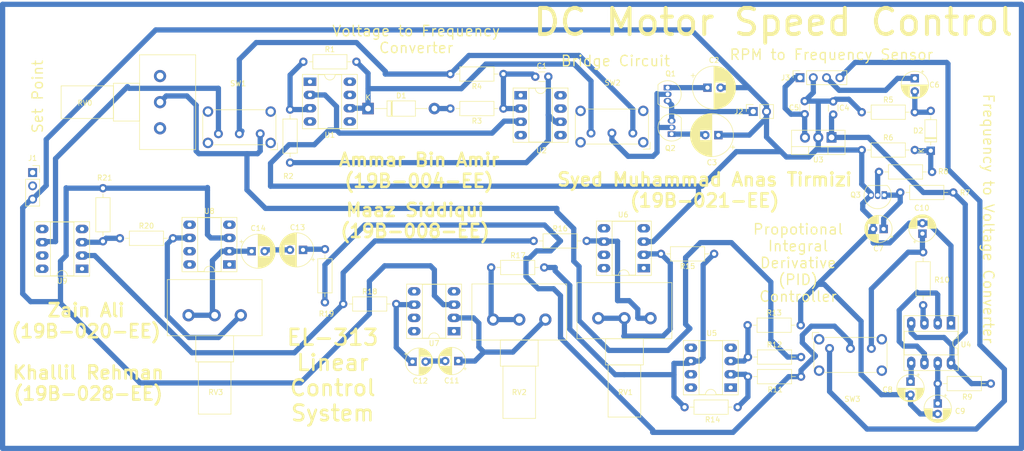
<source format=kicad_pcb>
(kicad_pcb (version 20171130) (host pcbnew "(5.1.10)-1")
  (layers (0 F.Cu signal) (31 B.Cu signal) (34 B.Paste user) (35 F.Paste user) (36 B.SilkS user) (37 F.SilkS user) (38 B.Mask user) (39 F.Mask user) (44 Edge.Cuts user))
  (net 0 "")
  (net 1 "Net-(C1-Pad1)")
  (net 2 "Net-(C1-Pad2)")
  (net 3 +12V)
  (net 4 GND)
  (net 5 -12V)
  (net 6 "Net-(C5-Pad1)")
  (net 7 D_out)
  (net 8 "Net-(C6-Pad2)")
  (net 9 "Net-(C7-Pad1)")
  (net 10 "Net-(C8-Pad1)")
  (net 11 "Net-(C9-Pad1)")
  (net 12 F_to_V)
  (net 13 "Net-(C11-Pad2)")
  (net 14 "Net-(C11-Pad1)")
  (net 15 Integral)
  (net 16 "Net-(C13-Pad1)")
  (net 17 "Net-(C13-Pad2)")
  (net 18 "Net-(C14-Pad1)")
  (net 19 V_to_F)
  (net 20 "Net-(D1-Pad2)")
  (net 21 "Net-(D2-Pad1)")
  (net 22 BridgeOut)
  (net 23 A_out)
  (net 24 Input)
  (net 25 SetPoint)
  (net 26 Propotional)
  (net 27 Derivative)
  (net 28 PID)
  (net 29 BridgeIn)
  (net 30 Output)
  (net 31 "Net-(Q3-Pad2)")
  (net 32 "Net-(R1-Pad1)")
  (net 33 "Net-(R10-Pad2)")
  (net 34 "Net-(R11-Pad1)")
  (net 35 "Net-(R12-Pad1)")
  (net 36 "Net-(R14-Pad1)")
  (net 37 "Net-(R15-Pad2)")
  (net 38 "Net-(R16-Pad1)")
  (net 39 "Net-(R17-Pad2)")
  (net 40 "Net-(R20-Pad1)")
  (net 41 "Net-(U1-Pad1)")
  (net 42 "Net-(U1-Pad5)")
  (net 43 "Net-(U1-Pad8)")
  (net 44 "Net-(U2-Pad1)")
  (net 45 "Net-(U2-Pad5)")
  (net 46 "Net-(U2-Pad8)")
  (net 47 "Net-(U4-Pad2)")
  (net 48 "Net-(U5-Pad8)")
  (net 49 "Net-(U5-Pad5)")
  (net 50 "Net-(U5-Pad1)")
  (net 51 "Net-(U6-Pad8)")
  (net 52 "Net-(U6-Pad5)")
  (net 53 "Net-(U6-Pad1)")
  (net 54 "Net-(U7-Pad1)")
  (net 55 "Net-(U7-Pad5)")
  (net 56 "Net-(U7-Pad8)")
  (net 57 "Net-(U8-Pad8)")
  (net 58 "Net-(U8-Pad5)")
  (net 59 "Net-(U8-Pad1)")
  (net 60 "Net-(U9-Pad1)")
  (net 61 "Net-(U9-Pad5)")
  (net 62 "Net-(U9-Pad8)")
  (module Capacitor_THT:C_Disc_D3.0mm_W1.6mm_P2.50mm (layer F.Cu) (at 138.2395 41.656)
    (fp_text reference C1 (at 1.25 -2.05) (layer F.SilkS))
    (fp_text value 0.01μF)
    (pad 1 thru_hole circle (at 0 0) (size 1.6 1.6) (drill 0.8) (layers *.Cu *.Mask) (net 1 "Net-(C1-Pad1)"))
    (pad 2 thru_hole circle (at 2.5 0) (size 1.6 1.6) (drill 0.8) (layers *.Cu *.Mask) (net 2 "Net-(C1-Pad2)"))
  )
  (module Capacitor_THT:CP_Radial_D8.0mm_P2.50mm (layer F.Cu) (at 171.196 43.7515)
    (fp_text reference C2 (at 1.25 -5.25) (layer F.SilkS))
    (fp_text value 470μF,16VDC)
    (pad 1 thru_hole rect (at 0 0) (size 1.6 1.6) (drill 0.8) (layers *.Cu *.Mask) (net 3 +12V))
    (pad 2 thru_hole circle (at 2.5 0) (size 1.6 1.6) (drill 0.8) (layers *.Cu *.Mask) (net 4 GND))
  )
  (module Capacitor_THT:CP_Radial_D8.0mm_P2.50mm (layer F.Cu) (at 173.2915 52.832 180)
    (fp_text reference C3 (at 1.25 -5.25) (layer F.SilkS))
    (fp_text value 470μF,16VDC)
    (pad 2 thru_hole circle (at 2.5 0 180) (size 1.6 1.6) (drill 0.8) (layers *.Cu *.Mask) (net 5 -12V))
    (pad 1 thru_hole rect (at 0 0 180) (size 1.6 1.6) (drill 0.8) (layers *.Cu *.Mask) (net 4 GND))
  )
  (module Capacitor_THT:C_Disc_D3.0mm_W1.6mm_P2.50mm (layer F.Cu) (at 195.2625 48.895 90)
    (fp_text reference C4 (at 1.27 2.1209 180) (layer F.SilkS))
    (fp_text value 0.22μF)
    (pad 1 thru_hole circle (at 0 0 90) (size 1.6 1.6) (drill 0.8) (layers *.Cu *.Mask) (net 3 +12V))
    (pad 2 thru_hole circle (at 2.5 0 90) (size 1.6 1.6) (drill 0.8) (layers *.Cu *.Mask) (net 4 GND))
  )
  (module Capacitor_THT:C_Disc_D3.0mm_W1.6mm_P2.50mm (layer F.Cu) (at 189.8015 48.8315 90)
    (fp_text reference C5 (at 1.25 -2.05 180) (layer F.SilkS))
    (fp_text value 0.1μF)
    (pad 2 thru_hole circle (at 2.5 0 90) (size 1.6 1.6) (drill 0.8) (layers *.Cu *.Mask) (net 4 GND))
    (pad 1 thru_hole circle (at 0 0 90) (size 1.6 1.6) (drill 0.8) (layers *.Cu *.Mask) (net 6 "Net-(C5-Pad1)"))
  )
  (module Capacitor_THT:CP_Radial_D5.0mm_P2.50mm (layer F.Cu) (at 210.8835 41.9735 270)
    (fp_text reference C6 (at 1.25 -3.75 180) (layer F.SilkS))
    (fp_text value 47μF)
    (pad 1 thru_hole rect (at 0 0 270) (size 1.6 1.6) (drill 0.8) (layers *.Cu *.Mask) (net 7 D_out))
    (pad 2 thru_hole circle (at 2.5 0 270) (size 1.6 1.6) (drill 0.8) (layers *.Cu *.Mask) (net 8 "Net-(C6-Pad2)"))
  )
  (module Capacitor_THT:CP_Radial_D5.0mm_P2.00mm (layer F.Cu) (at 204.9145 70.8025 180)
    (fp_text reference C7 (at 1 -3.75) (layer F.SilkS))
    (fp_text value 0.022μF)
    (pad 1 thru_hole rect (at 0 0 180) (size 1.6 1.6) (drill 0.8) (layers *.Cu *.Mask) (net 9 "Net-(C7-Pad1)"))
    (pad 2 thru_hole circle (at 2 0 180) (size 1.6 1.6) (drill 0.8) (layers *.Cu *.Mask) (net 4 GND))
  )
  (module Capacitor_THT:CP_Radial_D5.0mm_P2.50mm (layer F.Cu) (at 210.058 100.0125 270)
    (fp_text reference C8 (at 1.5367 4.3942 180) (layer F.SilkS))
    (fp_text value 0.1μF)
    (pad 2 thru_hole circle (at 2.5 0 270) (size 1.6 1.6) (drill 0.8) (layers *.Cu *.Mask) (net 4 GND))
    (pad 1 thru_hole rect (at 0 0 270) (size 1.6 1.6) (drill 0.8) (layers *.Cu *.Mask) (net 10 "Net-(C8-Pad1)"))
  )
  (module Capacitor_THT:CP_Radial_D5.0mm_P2.00mm (layer F.Cu) (at 215.265 104.2035 270)
    (fp_text reference C9 (at 1.4605 -4.2926 180) (layer F.SilkS))
    (fp_text value 0.022μF)
    (pad 2 thru_hole circle (at 2 0 270) (size 1.6 1.6) (drill 0.8) (layers *.Cu *.Mask) (net 4 GND))
    (pad 1 thru_hole rect (at 0 0 270) (size 1.6 1.6) (drill 0.8) (layers *.Cu *.Mask) (net 11 "Net-(C9-Pad1)"))
  )
  (module Capacitor_THT:CP_Radial_D5.0mm_P2.00mm (layer F.Cu) (at 212.344 71.6915 90)
    (fp_text reference C10 (at 4.9149 -0.127 180) (layer F.SilkS))
    (fp_text value 0.022μF)
    (pad 1 thru_hole rect (at 0 0 90) (size 1.6 1.6) (drill 0.8) (layers *.Cu *.Mask) (net 12 F_to_V))
    (pad 2 thru_hole circle (at 2 0 90) (size 1.6 1.6) (drill 0.8) (layers *.Cu *.Mask) (net 4 GND))
  )
  (module Capacitor_THT:CP_Radial_D5.0mm_P2.50mm (layer F.Cu) (at 123.5075 96.0755 180)
    (fp_text reference C11 (at 1.25 -3.75) (layer F.SilkS))
    (fp_text value 470μF)
    (pad 2 thru_hole circle (at 2.5 0 180) (size 1.6 1.6) (drill 0.8) (layers *.Cu *.Mask) (net 13 "Net-(C11-Pad2)"))
    (pad 1 thru_hole rect (at 0 0 180) (size 1.6 1.6) (drill 0.8) (layers *.Cu *.Mask) (net 14 "Net-(C11-Pad1)"))
  )
  (module Capacitor_THT:CP_Radial_D5.0mm_P2.50mm (layer F.Cu) (at 114.7445 96.2025)
    (fp_text reference C12 (at 1.4859 3.6703) (layer F.SilkS))
    (fp_text value 470μF)
    (pad 1 thru_hole rect (at 0 0) (size 1.6 1.6) (drill 0.8) (layers *.Cu *.Mask) (net 15 Integral))
    (pad 2 thru_hole circle (at 2.5 0) (size 1.6 1.6) (drill 0.8) (layers *.Cu *.Mask) (net 13 "Net-(C11-Pad2)"))
  )
  (module Capacitor_THT:CP_Radial_D6.3mm_P2.50mm (layer F.Cu) (at 93.7895 74.803 180)
    (fp_text reference C13 (at 1.0541 4.2926) (layer F.SilkS))
    (fp_text value 100μF)
    (pad 1 thru_hole rect (at 0 0 180) (size 1.6 1.6) (drill 0.8) (layers *.Cu *.Mask) (net 16 "Net-(C13-Pad1)"))
    (pad 2 thru_hole circle (at 2.5 0 180) (size 1.6 1.6) (drill 0.8) (layers *.Cu *.Mask) (net 17 "Net-(C13-Pad2)"))
  )
  (module Capacitor_THT:CP_Radial_D6.3mm_P2.50mm (layer F.Cu) (at 83.947 75.057)
    (fp_text reference C14 (at 1.25 -4.4) (layer F.SilkS))
    (fp_text value 100μF)
    (pad 2 thru_hole circle (at 2.5 0) (size 1.6 1.6) (drill 0.8) (layers *.Cu *.Mask) (net 17 "Net-(C13-Pad2)"))
    (pad 1 thru_hole rect (at 0 0) (size 1.6 1.6) (drill 0.8) (layers *.Cu *.Mask) (net 18 "Net-(C14-Pad1)"))
  )
  (module Diode_THT:D_DO-41_SOD81_P12.70mm_Horizontal (layer F.Cu) (at 106.2355 47.752)
    (fp_text reference D1 (at 6.35 -2.47) (layer F.SilkS))
    (fp_text value 1N4001)
    (fp_text user K (at 0 -2.1) (layer F.SilkS))
    (pad 1 thru_hole rect (at 0 0) (size 2.2 2.2) (drill 1.1) (layers *.Cu *.Mask) (net 19 V_to_F))
    (pad 2 thru_hole oval (at 12.7 0) (size 2.2 2.2) (drill 1.1) (layers *.Cu *.Mask) (net 20 "Net-(D1-Pad2)"))
  )
  (module Diode_THT:D_DO-35_SOD27_P7.62mm_Horizontal (layer F.Cu) (at 213.9315 55.8165 90)
    (fp_text reference D2 (at 3.8227 -2.4003 180) (layer F.SilkS))
    (fp_text value 1N4149)
    (fp_text user K (at 0 -1.8 90) (layer F.SilkS))
    (pad 1 thru_hole rect (at 0 0 90) (size 1.6 1.6) (drill 0.8) (layers *.Cu *.Mask) (net 21 "Net-(D2-Pad1)"))
    (pad 2 thru_hole oval (at 7.62 0 90) (size 1.6 1.6) (drill 0.8) (layers *.Cu *.Mask) (net 8 "Net-(C6-Pad2)"))
  )
  (module Connector_PinSocket_2.54mm:PinSocket_1x03_P2.54mm_Vertical (layer F.Cu) (at 42.037 60.0075)
    (fp_text reference J1 (at 0 -2.77) (layer F.SilkS))
    (fp_text value "Power Supply")
    (pad 1 thru_hole rect (at 0 0) (size 1.7 1.7) (drill 1) (layers *.Cu *.Mask) (net 3 +12V))
    (pad 2 thru_hole oval (at 0 2.54) (size 1.7 1.7) (drill 1) (layers *.Cu *.Mask) (net 5 -12V))
    (pad 3 thru_hole oval (at 0 5.08) (size 1.7 1.7) (drill 1) (layers *.Cu *.Mask) (net 4 GND))
  )
  (module Connector_PinSocket_2.54mm:PinSocket_1x02_P2.54mm_Vertical (layer F.Cu) (at 179.959 48.3235 90)
    (fp_text reference J2 (at 0 -2.77 180) (layer F.SilkS))
    (fp_text value "DC Motor")
    (pad 1 thru_hole rect (at 0 0 90) (size 1.7 1.7) (drill 1) (layers *.Cu *.Mask) (net 22 BridgeOut))
    (pad 2 thru_hole oval (at 0 2.54 90) (size 1.7 1.7) (drill 1) (layers *.Cu *.Mask) (net 4 GND))
  )
  (module Connector_PinSocket_2.54mm:PinSocket_1x04_P2.54mm_Vertical (layer F.Cu) (at 188.9125 41.8465 90)
    (fp_text reference J3 (at 0 -2.77 180) (layer F.SilkS))
    (fp_text value "IR Sensor")
    (pad 1 thru_hole rect (at 0 0 90) (size 1.7 1.7) (drill 1) (layers *.Cu *.Mask) (net 6 "Net-(C5-Pad1)"))
    (pad 2 thru_hole oval (at 0 2.54 90) (size 1.7 1.7) (drill 1) (layers *.Cu *.Mask) (net 4 GND))
    (pad 3 thru_hole oval (at 0 5.08 90) (size 1.7 1.7) (drill 1) (layers *.Cu *.Mask) (net 7 D_out))
    (pad 4 thru_hole oval (at 0 7.62 90) (size 1.7 1.7) (drill 1) (layers *.Cu *.Mask) (net 23 A_out))
  )
  (module Package_TO_SOT_THT:TO-92_Inline (layer F.Cu) (at 163.576 43.7515 270)
    (fp_text reference Q1 (at -2.6797 -0.5588 180) (layer F.SilkS))
    (fp_text value BC547)
    (pad 2 thru_hole oval (at 1.27 0 270) (size 1.05 1.5) (drill 0.75) (layers *.Cu *.Mask) (net 29 BridgeIn))
    (pad 3 thru_hole oval (at 2.54 0 270) (size 1.05 1.5) (drill 0.75) (layers *.Cu *.Mask) (net 22 BridgeOut))
    (pad 1 thru_hole rect (at 0 0 270) (size 1.05 1.5) (drill 0.75) (layers *.Cu *.Mask) (net 3 +12V))
  )
  (module Package_TO_SOT_THT:TO-92_Inline (layer F.Cu) (at 164.338 52.6415 90)
    (fp_text reference Q2 (at -2.7051 -0.254 180) (layer F.SilkS))
    (fp_text value BC557)
    (pad 1 thru_hole rect (at 0 0 90) (size 1.05 1.5) (drill 0.75) (layers *.Cu *.Mask) (net 5 -12V))
    (pad 3 thru_hole oval (at 2.54 0 90) (size 1.05 1.5) (drill 0.75) (layers *.Cu *.Mask) (net 22 BridgeOut))
    (pad 2 thru_hole oval (at 1.27 0 90) (size 1.05 1.5) (drill 0.75) (layers *.Cu *.Mask) (net 29 BridgeIn))
  )
  (module Package_TO_SOT_THT:TO-92_Inline (layer F.Cu) (at 205.0415 64.3255 180)
    (fp_text reference Q3 (at 5.4991 0.0381) (layer F.SilkS))
    (fp_text value BC337)
    (pad 2 thru_hole oval (at 1.27 0 180) (size 1.05 1.5) (drill 0.75) (layers *.Cu *.Mask) (net 31 "Net-(Q3-Pad2)"))
    (pad 3 thru_hole oval (at 2.54 0 180) (size 1.05 1.5) (drill 0.75) (layers *.Cu *.Mask) (net 4 GND))
    (pad 1 thru_hole rect (at 0 0 180) (size 1.05 1.5) (drill 0.75) (layers *.Cu *.Mask) (net 9 "Net-(C7-Pad1)"))
  )
  (module Resistor_THT:R_Axial_DIN0207_L6.3mm_D2.5mm_P10.16mm_Horizontal (layer F.Cu) (at 93.853 38.7985)
    (fp_text reference R1 (at 5.08 -2.37) (layer F.SilkS))
    (fp_text value 10kΩ)
    (pad 1 thru_hole circle (at 0 0) (size 1.6 1.6) (drill 0.8) (layers *.Cu *.Mask) (net 32 "Net-(R1-Pad1)"))
    (pad 2 thru_hole oval (at 10.16 0) (size 1.6 1.6) (drill 0.8) (layers *.Cu *.Mask) (net 19 V_to_F))
  )
  (module Resistor_THT:R_Axial_DIN0207_L6.3mm_D2.5mm_P10.16mm_Horizontal (layer F.Cu) (at 91.313 58.1025 90)
    (fp_text reference R2 (at -2.6035 -0.3302 180) (layer F.SilkS))
    (fp_text value 10kΩ)
    (pad 2 thru_hole oval (at 10.16 0 90) (size 1.6 1.6) (drill 0.8) (layers *.Cu *.Mask) (net 32 "Net-(R1-Pad1)"))
    (pad 1 thru_hole circle (at 0 0 90) (size 1.6 1.6) (drill 0.8) (layers *.Cu *.Mask) (net 2 "Net-(C1-Pad2)"))
  )
  (module Resistor_THT:R_Axial_DIN0207_L6.3mm_D2.5mm_P10.16mm_Horizontal (layer F.Cu) (at 132.1435 47.752 180)
    (fp_text reference R3 (at 5.08 -2.37) (layer F.SilkS))
    (fp_text value 10kΩ)
    (pad 2 thru_hole oval (at 10.16 0 180) (size 1.6 1.6) (drill 0.8) (layers *.Cu *.Mask) (net 20 "Net-(D1-Pad2)"))
    (pad 1 thru_hole circle (at 0 0 180) (size 1.6 1.6) (drill 0.8) (layers *.Cu *.Mask) (net 1 "Net-(C1-Pad1)"))
  )
  (module Resistor_THT:R_Axial_DIN0207_L6.3mm_D2.5mm_P10.16mm_Horizontal (layer F.Cu) (at 132.1435 41.148 180)
    (fp_text reference R4 (at 5.08 -2.37) (layer F.SilkS))
    (fp_text value 10kΩ)
    (pad 1 thru_hole circle (at 0 0 180) (size 1.6 1.6) (drill 0.8) (layers *.Cu *.Mask) (net 1 "Net-(C1-Pad1)"))
    (pad 2 thru_hole oval (at 10.16 0 180) (size 1.6 1.6) (drill 0.8) (layers *.Cu *.Mask) (net 24 Input))
  )
  (module Resistor_THT:R_Axial_DIN0207_L6.3mm_D2.5mm_P10.16mm_Horizontal (layer F.Cu) (at 200.7235 48.4505)
    (fp_text reference R5 (at 5.08 -2.37) (layer F.SilkS))
    (fp_text value 1kΩ)
    (pad 1 thru_hole circle (at 0 0) (size 1.6 1.6) (drill 0.8) (layers *.Cu *.Mask) (net 4 GND))
    (pad 2 thru_hole oval (at 10.16 0) (size 1.6 1.6) (drill 0.8) (layers *.Cu *.Mask) (net 8 "Net-(C6-Pad2)"))
  )
  (module Resistor_THT:R_Axial_DIN0207_L6.3mm_D2.5mm_P10.16mm_Horizontal (layer F.Cu) (at 200.7235 55.6895)
    (fp_text reference R6 (at 5.08 -2.37) (layer F.SilkS))
    (fp_text value 47kΩ)
    (pad 2 thru_hole oval (at 10.16 0) (size 1.6 1.6) (drill 0.8) (layers *.Cu *.Mask) (net 21 "Net-(D2-Pad1)"))
    (pad 1 thru_hole circle (at 0 0) (size 1.6 1.6) (drill 0.8) (layers *.Cu *.Mask) (net 4 GND))
  )
  (module Resistor_THT:R_Axial_DIN0207_L6.3mm_D2.5mm_P10.16mm_Horizontal (layer F.Cu) (at 214.1855 59.8805 180)
    (fp_text reference R7 (at -6.3119 -3.9751) (layer F.SilkS))
    (fp_text value 47kΩ)
    (pad 1 thru_hole circle (at 0 0 180) (size 1.6 1.6) (drill 0.8) (layers *.Cu *.Mask) (net 21 "Net-(D2-Pad1)"))
    (pad 2 thru_hole oval (at 10.16 0 180) (size 1.6 1.6) (drill 0.8) (layers *.Cu *.Mask) (net 31 "Net-(Q3-Pad2)"))
  )
  (module Resistor_THT:R_Axial_DIN0207_L6.3mm_D2.5mm_P10.16mm_Horizontal (layer F.Cu) (at 208.0895 63.8175)
    (fp_text reference R8 (at 8.2423 -4.0259) (layer F.SilkS))
    (fp_text value 15kΩ)
    (pad 2 thru_hole oval (at 10.16 0) (size 1.6 1.6) (drill 0.8) (layers *.Cu *.Mask) (net 3 +12V))
    (pad 1 thru_hole circle (at 0 0) (size 1.6 1.6) (drill 0.8) (layers *.Cu *.Mask) (net 9 "Net-(C7-Pad1)"))
  )
  (module Resistor_THT:R_Axial_DIN0207_L6.3mm_D2.5mm_P10.16mm_Horizontal (layer F.Cu) (at 215.265 100.3935)
    (fp_text reference R9 (at 5.6642 2.5527) (layer F.SilkS))
    (fp_text value 47kΩ)
    (pad 1 thru_hole circle (at 0 0) (size 1.6 1.6) (drill 0.8) (layers *.Cu *.Mask) (net 11 "Net-(C9-Pad1)"))
    (pad 2 thru_hole oval (at 10.16 0) (size 1.6 1.6) (drill 0.8) (layers *.Cu *.Mask) (net 3 +12V))
  )
  (module Resistor_THT:R_Axial_DIN0207_L6.3mm_D2.5mm_P10.16mm_Horizontal (layer F.Cu) (at 212.471 75.2475 270)
    (fp_text reference R10 (at 5.2959 -3.6068 180) (layer F.SilkS))
    (fp_text value 4.7kΩ)
    (pad 2 thru_hole oval (at 10.16 0 270) (size 1.6 1.6) (drill 0.8) (layers *.Cu *.Mask) (net 33 "Net-(R10-Pad2)"))
    (pad 1 thru_hole circle (at 0 0 270) (size 1.6 1.6) (drill 0.8) (layers *.Cu *.Mask) (net 12 F_to_V))
  )
  (module Resistor_THT:R_Axial_DIN0207_L6.3mm_D2.5mm_P10.16mm_Horizontal (layer F.Cu) (at 178.943 99.06)
    (fp_text reference R11 (at 5.207 2.4892) (layer F.SilkS))
    (fp_text value 10kΩ)
    (pad 2 thru_hole oval (at 10.16 0) (size 1.6 1.6) (drill 0.8) (layers *.Cu *.Mask) (net 30 Output))
    (pad 1 thru_hole circle (at 0 0) (size 1.6 1.6) (drill 0.8) (layers *.Cu *.Mask) (net 34 "Net-(R11-Pad1)"))
  )
  (module Resistor_THT:R_Axial_DIN0207_L6.3mm_D2.5mm_P10.16mm_Horizontal (layer F.Cu) (at 178.943 95.3135)
    (fp_text reference R12 (at 5.08 -2.37) (layer F.SilkS))
    (fp_text value 10kΩ)
    (pad 1 thru_hole circle (at 0 0) (size 1.6 1.6) (drill 0.8) (layers *.Cu *.Mask) (net 35 "Net-(R12-Pad1)"))
    (pad 2 thru_hole oval (at 10.16 0) (size 1.6 1.6) (drill 0.8) (layers *.Cu *.Mask) (net 25 SetPoint))
  )
  (module Resistor_THT:R_Axial_DIN0207_L6.3mm_D2.5mm_P10.16mm_Horizontal (layer F.Cu) (at 178.8795 89.2175)
    (fp_text reference R13 (at 5.08 -2.37) (layer F.SilkS))
    (fp_text value 10kΩ)
    (pad 2 thru_hole oval (at 10.16 0) (size 1.6 1.6) (drill 0.8) (layers *.Cu *.Mask) (net 4 GND))
    (pad 1 thru_hole circle (at 0 0) (size 1.6 1.6) (drill 0.8) (layers *.Cu *.Mask) (net 35 "Net-(R12-Pad1)"))
  )
  (module Resistor_THT:R_Axial_DIN0207_L6.3mm_D2.5mm_P10.16mm_Horizontal (layer F.Cu) (at 166.8145 104.902)
    (fp_text reference R14 (at 5.3721 2.3876) (layer F.SilkS))
    (fp_text value 10kΩ)
    (pad 2 thru_hole oval (at 10.16 0) (size 1.6 1.6) (drill 0.8) (layers *.Cu *.Mask) (net 34 "Net-(R11-Pad1)"))
    (pad 1 thru_hole circle (at 0 0) (size 1.6 1.6) (drill 0.8) (layers *.Cu *.Mask) (net 36 "Net-(R14-Pad1)"))
  )
  (module Resistor_THT:R_Axial_DIN0207_L6.3mm_D2.5mm_P10.16mm_Horizontal (layer F.Cu) (at 172.466 75.565 180)
    (fp_text reference R15 (at 5.08 -2.37) (layer F.SilkS))
    (fp_text value 10kΩ)
    (pad 1 thru_hole circle (at 0 0 180) (size 1.6 1.6) (drill 0.8) (layers *.Cu *.Mask) (net 36 "Net-(R14-Pad1)"))
    (pad 2 thru_hole oval (at 10.16 0 180) (size 1.6 1.6) (drill 0.8) (layers *.Cu *.Mask) (net 37 "Net-(R15-Pad2)"))
  )
  (module Resistor_THT:R_Axial_DIN0207_L6.3mm_D2.5mm_P10.16mm_Horizontal (layer F.Cu) (at 137.922 73.0885)
    (fp_text reference R16 (at 5.08 -2.37) (layer F.SilkS))
    (fp_text value 10kΩ)
    (pad 2 thru_hole oval (at 10.16 0) (size 1.6 1.6) (drill 0.8) (layers *.Cu *.Mask) (net 26 Propotional))
    (pad 1 thru_hole circle (at 0 0) (size 1.6 1.6) (drill 0.8) (layers *.Cu *.Mask) (net 38 "Net-(R16-Pad1)"))
  )
  (module Resistor_THT:R_Axial_DIN0207_L6.3mm_D2.5mm_P10.16mm_Horizontal (layer F.Cu) (at 139.954 78.1685 180)
    (fp_text reference R17 (at 5.0292 2.2987) (layer F.SilkS))
    (fp_text value 1kΩ)
    (pad 1 thru_hole circle (at 0 0 180) (size 1.6 1.6) (drill 0.8) (layers *.Cu *.Mask) (net 36 "Net-(R14-Pad1)"))
    (pad 2 thru_hole oval (at 10.16 0 180) (size 1.6 1.6) (drill 0.8) (layers *.Cu *.Mask) (net 39 "Net-(R17-Pad2)"))
  )
  (module Resistor_THT:R_Axial_DIN0207_L6.3mm_D2.5mm_P10.16mm_Horizontal (layer F.Cu) (at 101.473 85.1535)
    (fp_text reference R18 (at 5.08 -2.37) (layer F.SilkS))
    (fp_text value 10kΩ)
    (pad 1 thru_hole circle (at 0 0) (size 1.6 1.6) (drill 0.8) (layers *.Cu *.Mask) (net 38 "Net-(R16-Pad1)"))
    (pad 2 thru_hole oval (at 10.16 0) (size 1.6 1.6) (drill 0.8) (layers *.Cu *.Mask) (net 15 Integral))
  )
  (module Resistor_THT:R_Axial_DIN0207_L6.3mm_D2.5mm_P10.16mm_Horizontal (layer F.Cu) (at 97.9805 74.676 270)
    (fp_text reference R19 (at 12.3444 -0.2921 180) (layer F.SilkS))
    (fp_text value 200Ω)
    (pad 1 thru_hole circle (at 0 0 270) (size 1.6 1.6) (drill 0.8) (layers *.Cu *.Mask) (net 16 "Net-(C13-Pad1)"))
    (pad 2 thru_hole oval (at 10.16 0 270) (size 1.6 1.6) (drill 0.8) (layers *.Cu *.Mask) (net 30 Output))
  )
  (module Resistor_THT:R_Axial_DIN0207_L6.3mm_D2.5mm_P10.16mm_Horizontal (layer F.Cu) (at 58.7375 72.5805)
    (fp_text reference R20 (at 5.08 -2.37) (layer F.SilkS))
    (fp_text value 10kΩ)
    (pad 1 thru_hole circle (at 0 0) (size 1.6 1.6) (drill 0.8) (layers *.Cu *.Mask) (net 40 "Net-(R20-Pad1)"))
    (pad 2 thru_hole oval (at 10.16 0) (size 1.6 1.6) (drill 0.8) (layers *.Cu *.Mask) (net 27 Derivative))
  )
  (module Resistor_THT:R_Axial_DIN0207_L6.3mm_D2.5mm_P10.16mm_Horizontal (layer F.Cu) (at 55.499 73.152 90)
    (fp_text reference R21 (at 12.1412 0.3302 180) (layer F.SilkS))
    (fp_text value 10kΩ)
    (pad 2 thru_hole oval (at 10.16 0 90) (size 1.6 1.6) (drill 0.8) (layers *.Cu *.Mask) (net 4 GND))
    (pad 1 thru_hole circle (at 0 0 90) (size 1.6 1.6) (drill 0.8) (layers *.Cu *.Mask) (net 40 "Net-(R20-Pad1)"))
  )
  (module Potentiometer_THT:Potentiometer_Alps_RK163_Single_Horizontal (layer F.Cu) (at 66.421 41.529 180)
    (fp_text reference RV0 (at 14.3764 -5.1562) (layer F.SilkS))
    (fp_text value 100kΩ)
    (pad 1 thru_hole circle (at 0 0 180) (size 2.34 2.34) (drill 1.3) (layers *.Cu *.Mask) (net 3 +12V))
    (pad 2 thru_hole circle (at 0 -5 180) (size 2.34 2.34) (drill 1.3) (layers *.Cu *.Mask) (net 25 SetPoint))
    (pad 3 thru_hole circle (at 0 -10 180) (size 2.34 2.34) (drill 1.3) (layers *.Cu *.Mask) (net 5 -12V))
  )
  (module Potentiometer_THT:Potentiometer_Alps_RK163_Single_Horizontal (layer F.Cu) (at 150.3045 87.884 270)
    (fp_text reference RV1 (at 14.1732 -5.1943 180) (layer F.SilkS))
    (fp_text value 100kΩ)
    (pad 1 thru_hole circle (at 0 0 270) (size 2.34 2.34) (drill 1.3) (layers *.Cu *.Mask) (net 37 "Net-(R15-Pad2)"))
    (pad 2 thru_hole circle (at 0 -5 270) (size 2.34 2.34) (drill 1.3) (layers *.Cu *.Mask) (net 37 "Net-(R15-Pad2)"))
    (pad 3 thru_hole circle (at 0 -10 270) (size 2.34 2.34) (drill 1.3) (layers *.Cu *.Mask) (net 26 Propotional))
  )
  (module Potentiometer_THT:Potentiometer_Alps_RK163_Single_Horizontal (layer F.Cu) (at 130.175 88.138 270)
    (fp_text reference RV2 (at 13.9192 -5.0038 180) (layer F.SilkS))
    (fp_text value 100kΩ)
    (pad 3 thru_hole circle (at 0 -10 270) (size 2.34 2.34) (drill 1.3) (layers *.Cu *.Mask) (net 14 "Net-(C11-Pad1)"))
    (pad 2 thru_hole circle (at 0 -5 270) (size 2.34 2.34) (drill 1.3) (layers *.Cu *.Mask) (net 39 "Net-(R17-Pad2)"))
    (pad 1 thru_hole circle (at 0 0 270) (size 2.34 2.34) (drill 1.3) (layers *.Cu *.Mask) (net 39 "Net-(R17-Pad2)"))
  )
  (module Potentiometer_THT:Potentiometer_Alps_RK163_Single_Horizontal (layer F.Cu) (at 71.882 87.3125 270)
    (fp_text reference RV3 (at 14.7447 -5.207 180) (layer F.SilkS))
    (fp_text value 100kΩ)
    (pad 3 thru_hole circle (at 0 -10 270) (size 2.34 2.34) (drill 1.3) (layers *.Cu *.Mask) (net 27 Derivative))
    (pad 2 thru_hole circle (at 0 -5 270) (size 2.34 2.34) (drill 1.3) (layers *.Cu *.Mask) (net 18 "Net-(C14-Pad1)"))
    (pad 1 thru_hole circle (at 0 0 270) (size 2.34 2.34) (drill 1.3) (layers *.Cu *.Mask) (net 18 "Net-(C14-Pad1)"))
  )
  (module Button_Switch_THT:SW_E-Switch_EG1224_SPDT_Angled (layer F.Cu) (at 85.598 52.578 180)
    (fp_text reference SW1 (at 4.2164 9.6266) (layer F.SilkS))
    (fp_text value SW_DPDT_x2)
    (pad 3 thru_hole circle (at 8 0 180) (size 1.7 1.7) (drill 0.9) (layers *.Cu *.Mask) (net 28 PID))
    (pad 2 thru_hole circle (at 4 0 180) (size 1.7 1.7) (drill 0.9) (layers *.Cu *.Mask) (net 24 Input))
    (pad 1 thru_hole circle (at 0 0 180) (size 1.7 1.7) (drill 0.9) (layers *.Cu *.Mask) (net 25 SetPoint))
    (pad "" thru_hole circle (at -2 4.25 180) (size 2 2) (drill 1.2) (layers *.Cu *.Mask))
    (pad "" thru_hole circle (at 10 4.25 180) (size 2 2) (drill 1.2) (layers *.Cu *.Mask))
    (pad "" thru_hole circle (at 10 -1.75 180) (size 2 2) (drill 1.2) (layers *.Cu *.Mask))
    (pad "" thru_hole circle (at -2 -1.75 180) (size 2 2) (drill 1.2) (layers *.Cu *.Mask))
  )
  (module Button_Switch_THT:SW_E-Switch_EG1224_SPDT_Angled (layer F.Cu) (at 156.9085 52.451 180)
    (fp_text reference SW2 (at 3.8735 9.6266) (layer F.SilkS))
    (fp_text value SW_DPDT_x2)
    (pad "" thru_hole circle (at -2 -1.75 180) (size 2 2) (drill 1.2) (layers *.Cu *.Mask))
    (pad "" thru_hole circle (at 10 -1.75 180) (size 2 2) (drill 1.2) (layers *.Cu *.Mask))
    (pad "" thru_hole circle (at 10 4.25 180) (size 2 2) (drill 1.2) (layers *.Cu *.Mask))
    (pad "" thru_hole circle (at -2 4.25 180) (size 2 2) (drill 1.2) (layers *.Cu *.Mask))
    (pad 1 thru_hole circle (at 0 0 180) (size 1.7 1.7) (drill 0.9) (layers *.Cu *.Mask) (net 24 Input))
    (pad 2 thru_hole circle (at 4 0 180) (size 1.7 1.7) (drill 0.9) (layers *.Cu *.Mask) (net 29 BridgeIn))
    (pad 3 thru_hole circle (at 8 0 180) (size 1.7 1.7) (drill 0.9) (layers *.Cu *.Mask) (net 19 V_to_F))
  )
  (module Button_Switch_THT:SW_E-Switch_EG1224_SPDT_Angled (layer F.Cu) (at 194.564 93.6625)
    (fp_text reference SW3 (at 4.3688 9.6901) (layer F.SilkS))
    (fp_text value SW_DPDT_x2)
    (pad "" thru_hole circle (at -2 -1.75) (size 2 2) (drill 1.2) (layers *.Cu *.Mask))
    (pad "" thru_hole circle (at 10 -1.75) (size 2 2) (drill 1.2) (layers *.Cu *.Mask))
    (pad "" thru_hole circle (at 10 4.25) (size 2 2) (drill 1.2) (layers *.Cu *.Mask))
    (pad "" thru_hole circle (at -2 4.25) (size 2 2) (drill 1.2) (layers *.Cu *.Mask))
    (pad 1 thru_hole circle (at 0 0) (size 1.7 1.7) (drill 0.9) (layers *.Cu *.Mask) (net 23 A_out))
    (pad 2 thru_hole circle (at 4 0) (size 1.7 1.7) (drill 0.9) (layers *.Cu *.Mask) (net 30 Output))
    (pad 3 thru_hole circle (at 8 0) (size 1.7 1.7) (drill 0.9) (layers *.Cu *.Mask) (net 12 F_to_V))
  )
  (module Package_DIP:DIP-8_W7.62mm_Socket_LongPads (layer F.Cu) (at 95.123 42.6085)
    (fp_text reference U1 (at 3.7846 10.1981) (layer F.SilkS))
    (fp_text value LM741)
    (pad 8 thru_hole oval (at 7.62 0) (size 2.4 1.6) (drill 0.8) (layers *.Cu *.Mask) (net 43 "Net-(U1-Pad8)"))
    (pad 4 thru_hole oval (at 0 7.62) (size 2.4 1.6) (drill 0.8) (layers *.Cu *.Mask) (net 5 -12V))
    (pad 7 thru_hole oval (at 7.62 2.54) (size 2.4 1.6) (drill 0.8) (layers *.Cu *.Mask) (net 3 +12V))
    (pad 3 thru_hole oval (at 0 5.08) (size 2.4 1.6) (drill 0.8) (layers *.Cu *.Mask) (net 32 "Net-(R1-Pad1)"))
    (pad 6 thru_hole oval (at 7.62 5.08) (size 2.4 1.6) (drill 0.8) (layers *.Cu *.Mask) (net 19 V_to_F))
    (pad 2 thru_hole oval (at 0 2.54) (size 2.4 1.6) (drill 0.8) (layers *.Cu *.Mask) (net 4 GND))
    (pad 5 thru_hole oval (at 7.62 7.62) (size 2.4 1.6) (drill 0.8) (layers *.Cu *.Mask) (net 42 "Net-(U1-Pad5)"))
    (pad 1 thru_hole rect (at 0 0) (size 2.4 1.6) (drill 0.8) (layers *.Cu *.Mask) (net 41 "Net-(U1-Pad1)"))
  )
  (module Package_DIP:DIP-8_W7.62mm_Socket_LongPads (layer F.Cu) (at 135.4455 45.212)
    (fp_text reference U2 (at 4.0005 10.5664) (layer F.SilkS))
    (fp_text value LM741)
    (pad 1 thru_hole rect (at 0 0) (size 2.4 1.6) (drill 0.8) (layers *.Cu *.Mask) (net 44 "Net-(U2-Pad1)"))
    (pad 5 thru_hole oval (at 7.62 7.62) (size 2.4 1.6) (drill 0.8) (layers *.Cu *.Mask) (net 45 "Net-(U2-Pad5)"))
    (pad 2 thru_hole oval (at 0 2.54) (size 2.4 1.6) (drill 0.8) (layers *.Cu *.Mask) (net 1 "Net-(C1-Pad1)"))
    (pad 6 thru_hole oval (at 7.62 5.08) (size 2.4 1.6) (drill 0.8) (layers *.Cu *.Mask) (net 2 "Net-(C1-Pad2)"))
    (pad 3 thru_hole oval (at 0 5.08) (size 2.4 1.6) (drill 0.8) (layers *.Cu *.Mask) (net 4 GND))
    (pad 7 thru_hole oval (at 7.62 2.54) (size 2.4 1.6) (drill 0.8) (layers *.Cu *.Mask) (net 3 +12V))
    (pad 4 thru_hole oval (at 0 7.62) (size 2.4 1.6) (drill 0.8) (layers *.Cu *.Mask) (net 5 -12V))
    (pad 8 thru_hole oval (at 7.62 0) (size 2.4 1.6) (drill 0.8) (layers *.Cu *.Mask) (net 46 "Net-(U2-Pad8)"))
  )
  (module Package_TO_SOT_THT:TO-220-3_Vertical (layer F.Cu) (at 194.945 53.2765 180)
    (fp_text reference U3 (at 2.54 -4.27) (layer F.SilkS))
    (fp_text value LM7805_TO220)
    (pad 1 thru_hole rect (at 0 0 180) (size 1.905 2) (drill 1.1) (layers *.Cu *.Mask) (net 3 +12V))
    (pad 2 thru_hole oval (at 2.54 0 180) (size 1.905 2) (drill 1.1) (layers *.Cu *.Mask) (net 4 GND))
    (pad 3 thru_hole oval (at 5.08 0 180) (size 1.905 2) (drill 1.1) (layers *.Cu *.Mask) (net 6 "Net-(C5-Pad1)"))
  )
  (module Package_DIP:DIP-8_W7.62mm_Socket_LongPads (layer F.Cu) (at 217.805 88.8365 270)
    (fp_text reference U4 (at 4.0767 -2.8702 180) (layer F.SilkS))
    (fp_text value LM555xM)
    (pad 1 thru_hole rect (at 0 0 270) (size 2.4 1.6) (drill 0.8) (layers *.Cu *.Mask) (net 4 GND))
    (pad 5 thru_hole oval (at 7.62 7.62 270) (size 2.4 1.6) (drill 0.8) (layers *.Cu *.Mask) (net 10 "Net-(C8-Pad1)"))
    (pad 2 thru_hole oval (at 0 2.54 270) (size 2.4 1.6) (drill 0.8) (layers *.Cu *.Mask) (net 47 "Net-(U4-Pad2)"))
    (pad 6 thru_hole oval (at 7.62 5.08 270) (size 2.4 1.6) (drill 0.8) (layers *.Cu *.Mask) (net 47 "Net-(U4-Pad2)"))
    (pad 3 thru_hole oval (at 0 5.08 270) (size 2.4 1.6) (drill 0.8) (layers *.Cu *.Mask) (net 33 "Net-(R10-Pad2)"))
    (pad 7 thru_hole oval (at 7.62 2.54 270) (size 2.4 1.6) (drill 0.8) (layers *.Cu *.Mask) (net 11 "Net-(C9-Pad1)"))
    (pad 4 thru_hole oval (at 0 7.62 270) (size 2.4 1.6) (drill 0.8) (layers *.Cu *.Mask) (net 3 +12V))
    (pad 8 thru_hole oval (at 7.62 0 270) (size 2.4 1.6) (drill 0.8) (layers *.Cu *.Mask) (net 3 +12V))
  )
  (module Package_DIP:DIP-8_W7.62mm_Socket_LongPads (layer F.Cu) (at 175.641 101.1555 180)
    (fp_text reference U5 (at 3.6322 10.4013) (layer F.SilkS))
    (fp_text value LM741)
    (pad 8 thru_hole oval (at 7.62 0 180) (size 2.4 1.6) (drill 0.8) (layers *.Cu *.Mask) (net 48 "Net-(U5-Pad8)"))
    (pad 4 thru_hole oval (at 0 7.62 180) (size 2.4 1.6) (drill 0.8) (layers *.Cu *.Mask) (net 5 -12V))
    (pad 7 thru_hole oval (at 7.62 2.54 180) (size 2.4 1.6) (drill 0.8) (layers *.Cu *.Mask) (net 3 +12V))
    (pad 3 thru_hole oval (at 0 5.08 180) (size 2.4 1.6) (drill 0.8) (layers *.Cu *.Mask) (net 35 "Net-(R12-Pad1)"))
    (pad 6 thru_hole oval (at 7.62 5.08 180) (size 2.4 1.6) (drill 0.8) (layers *.Cu *.Mask) (net 36 "Net-(R14-Pad1)"))
    (pad 2 thru_hole oval (at 0 2.54 180) (size 2.4 1.6) (drill 0.8) (layers *.Cu *.Mask) (net 34 "Net-(R11-Pad1)"))
    (pad 5 thru_hole oval (at 7.62 7.62 180) (size 2.4 1.6) (drill 0.8) (layers *.Cu *.Mask) (net 49 "Net-(U5-Pad5)"))
    (pad 1 thru_hole rect (at 0 0 180) (size 2.4 1.6) (drill 0.8) (layers *.Cu *.Mask) (net 50 "Net-(U5-Pad1)"))
  )
  (module Package_DIP:DIP-8_W7.62mm_Socket_LongPads (layer F.Cu) (at 159.004 78.2955 180)
    (fp_text reference U6 (at 3.937 10.2235) (layer F.SilkS))
    (fp_text value LM741)
    (pad 1 thru_hole rect (at 0 0 180) (size 2.4 1.6) (drill 0.8) (layers *.Cu *.Mask) (net 53 "Net-(U6-Pad1)"))
    (pad 5 thru_hole oval (at 7.62 7.62 180) (size 2.4 1.6) (drill 0.8) (layers *.Cu *.Mask) (net 52 "Net-(U6-Pad5)"))
    (pad 2 thru_hole oval (at 0 2.54 180) (size 2.4 1.6) (drill 0.8) (layers *.Cu *.Mask) (net 37 "Net-(R15-Pad2)"))
    (pad 6 thru_hole oval (at 7.62 5.08 180) (size 2.4 1.6) (drill 0.8) (layers *.Cu *.Mask) (net 26 Propotional))
    (pad 3 thru_hole oval (at 0 5.08 180) (size 2.4 1.6) (drill 0.8) (layers *.Cu *.Mask) (net 4 GND))
    (pad 7 thru_hole oval (at 7.62 2.54 180) (size 2.4 1.6) (drill 0.8) (layers *.Cu *.Mask) (net 3 +12V))
    (pad 4 thru_hole oval (at 0 7.62 180) (size 2.4 1.6) (drill 0.8) (layers *.Cu *.Mask) (net 5 -12V))
    (pad 8 thru_hole oval (at 7.62 0 180) (size 2.4 1.6) (drill 0.8) (layers *.Cu *.Mask) (net 51 "Net-(U6-Pad8)"))
  )
  (module Package_DIP:DIP-8_W7.62mm_Socket_LongPads (layer F.Cu) (at 122.682 90.3605 180)
    (fp_text reference U7 (at 3.81 -2.33) (layer F.SilkS))
    (fp_text value LM741)
    (pad 8 thru_hole oval (at 7.62 0 180) (size 2.4 1.6) (drill 0.8) (layers *.Cu *.Mask) (net 56 "Net-(U7-Pad8)"))
    (pad 4 thru_hole oval (at 0 7.62 180) (size 2.4 1.6) (drill 0.8) (layers *.Cu *.Mask) (net 5 -12V))
    (pad 7 thru_hole oval (at 7.62 2.54 180) (size 2.4 1.6) (drill 0.8) (layers *.Cu *.Mask) (net 3 +12V))
    (pad 3 thru_hole oval (at 0 5.08 180) (size 2.4 1.6) (drill 0.8) (layers *.Cu *.Mask) (net 4 GND))
    (pad 6 thru_hole oval (at 7.62 5.08 180) (size 2.4 1.6) (drill 0.8) (layers *.Cu *.Mask) (net 15 Integral))
    (pad 2 thru_hole oval (at 0 2.54 180) (size 2.4 1.6) (drill 0.8) (layers *.Cu *.Mask) (net 14 "Net-(C11-Pad1)"))
    (pad 5 thru_hole oval (at 7.62 7.62 180) (size 2.4 1.6) (drill 0.8) (layers *.Cu *.Mask) (net 55 "Net-(U7-Pad5)"))
    (pad 1 thru_hole rect (at 0 0 180) (size 2.4 1.6) (drill 0.8) (layers *.Cu *.Mask) (net 54 "Net-(U7-Pad1)"))
  )
  (module Package_DIP:DIP-8_W7.62mm_Socket_LongPads (layer F.Cu) (at 79.6925 77.597 180)
    (fp_text reference U8 (at 3.8481 10.2108) (layer F.SilkS))
    (fp_text value LM741)
    (pad 1 thru_hole rect (at 0 0 180) (size 2.4 1.6) (drill 0.8) (layers *.Cu *.Mask) (net 59 "Net-(U8-Pad1)"))
    (pad 5 thru_hole oval (at 7.62 7.62 180) (size 2.4 1.6) (drill 0.8) (layers *.Cu *.Mask) (net 58 "Net-(U8-Pad5)"))
    (pad 2 thru_hole oval (at 0 2.54 180) (size 2.4 1.6) (drill 0.8) (layers *.Cu *.Mask) (net 18 "Net-(C14-Pad1)"))
    (pad 6 thru_hole oval (at 7.62 5.08 180) (size 2.4 1.6) (drill 0.8) (layers *.Cu *.Mask) (net 27 Derivative))
    (pad 3 thru_hole oval (at 0 5.08 180) (size 2.4 1.6) (drill 0.8) (layers *.Cu *.Mask) (net 4 GND))
    (pad 7 thru_hole oval (at 7.62 2.54 180) (size 2.4 1.6) (drill 0.8) (layers *.Cu *.Mask) (net 3 +12V))
    (pad 4 thru_hole oval (at 0 7.62 180) (size 2.4 1.6) (drill 0.8) (layers *.Cu *.Mask) (net 5 -12V))
    (pad 8 thru_hole oval (at 7.62 0 180) (size 2.4 1.6) (drill 0.8) (layers *.Cu *.Mask) (net 57 "Net-(U8-Pad8)"))
  )
  (module Package_DIP:DIP-8_W7.62mm_Socket_LongPads (layer F.Cu) (at 51.4985 78.4225 180)
    (fp_text reference U9 (at 3.81 -2.33) (layer F.SilkS))
    (fp_text value LM741)
    (pad 8 thru_hole oval (at 7.62 0 180) (size 2.4 1.6) (drill 0.8) (layers *.Cu *.Mask) (net 62 "Net-(U9-Pad8)"))
    (pad 4 thru_hole oval (at 0 7.62 180) (size 2.4 1.6) (drill 0.8) (layers *.Cu *.Mask) (net 5 -12V))
    (pad 7 thru_hole oval (at 7.62 2.54 180) (size 2.4 1.6) (drill 0.8) (layers *.Cu *.Mask) (net 3 +12V))
    (pad 3 thru_hole oval (at 0 5.08 180) (size 2.4 1.6) (drill 0.8) (layers *.Cu *.Mask) (net 40 "Net-(R20-Pad1)"))
    (pad 6 thru_hole oval (at 7.62 5.08 180) (size 2.4 1.6) (drill 0.8) (layers *.Cu *.Mask) (net 28 PID))
    (pad 2 thru_hole oval (at 0 2.54 180) (size 2.4 1.6) (drill 0.8) (layers *.Cu *.Mask) (net 38 "Net-(R16-Pad1)"))
    (pad 5 thru_hole oval (at 7.62 7.62 180) (size 2.4 1.6) (drill 0.8) (layers *.Cu *.Mask) (net 61 "Net-(U9-Pad5)"))
    (pad 1 thru_hole rect (at 0 0 180) (size 2.4 1.6) (drill 0.8) (layers *.Cu *.Mask) (net 60 "Net-(U9-Pad1)"))
  )
  (gr_text "RPM to Frequency Sensor" (at 194.9196 37.4396) (layer F.SilkS) (effects (font (size 2 2) (thickness 0.25))))
  (gr_text "Frequency to Voltage Converter" (at 224.9678 68.834 270) (layer F.SilkS) (effects (font (size 2 2) (thickness 0.25))))
  (gr_text "Bridge Circuit" (at 153.5938 38.6334) (layer F.SilkS) (effects (font (size 2 2) (thickness 0.25))))
  (gr_text "Voltage to Frequency\nConverter" (at 115.443 34.5186) (layer F.SilkS) (effects (font (size 2 2) (thickness 0.25))))
  (gr_text "Propotional\nIntegral\nDerivative\n(PID)\nController" (at 188.5442 77.2922) (layer F.SilkS) (effects (font (size 2 2) (thickness 0.25))))
  (gr_text "Set Point" (at 43.0022 45.466 90) (layer F.SilkS) (effects (font (size 2 2) (thickness 0.25))))
  (gr_text "DC Motor Speed Control" (at 183.7944 31.2166) (layer F.SilkS) (effects (font (size 5 5) (thickness 0.75))))
  (gr_text "EL-313\nLinear\nControl\nSystem" (at 99.4664 98.806) (layer F.SilkS) (effects (font (size 3 3) (thickness 0.5))))
  (gr_text "Zain Ali\n(19B-020-EE)" (at 52.2732 88.3666) (layer F.SilkS) (effects (font (size 2.5 2.5) (thickness 0.5))))
  (gr_text "Maaz Siddiqui\n(19B-008-EE)" (at 115.2398 69.1896) (layer F.SilkS) (effects (font (size 2.5 2.5) (thickness 0.5))))
  (gr_text "Khallil Rehman\n(19B-028-EE)" (at 52.6796 100.3046) (layer F.SilkS) (effects (font (size 2.5 2.5) (thickness 0.5))))
  (gr_text "Syed Muhammad Anas Tirmizi\n(19B-021-EE)" (at 170.6626 63.3476) (layer F.SilkS) (effects (font (size 2.5 2.5) (thickness 0.5))))
  (gr_text "Ammar Bin Amir\n(19B-004-EE)" (at 116.0018 59.5884) (layer F.SilkS) (effects (font (size 2.5 2.5) (thickness 0.5))))
  (gr_line (start 36.2924 112.8014) (end 231.2924 112.8014) (layer B.Cu) (width 1))
  (gr_line (start 36.2924 27.8014) (end 36.2924 112.8014) (layer B.Cu) (width 1))
  (gr_line (start 36.2924 27.8014) (end 231.2924 27.8014) (layer B.Cu) (width 1))
  (gr_line (start 231.2924 27.8014) (end 231.2924 112.8014) (layer B.Cu) (width 1))
  (segment (start 132.1435 47.752) (end 132.1435 41.148) (width 1) (layer B.Cu) (net 1))
  (segment (start 137.7315 41.148) (end 138.2395 41.656) (width 1) (layer B.Cu) (net 1))
  (segment (start 132.1435 41.148) (end 137.7315 41.148) (width 1) (layer B.Cu) (net 1))
  (segment (start 135.4455 47.752) (end 132.1435 47.752) (width 1) (layer B.Cu) (net 1))
  (segment (start 143.0655 50.292) (end 142.0495 50.292) (width 1) (layer B.Cu) (net 2))
  (segment (start 140.7395 48.982) (end 140.7395 41.656) (width 1) (layer B.Cu) (net 2))
  (segment (start 142.0495 50.292) (end 140.7395 48.982) (width 1) (layer B.Cu) (net 2))
  (segment (start 91.313 58.1025) (end 136.525 58.1025) (width 1) (layer B.Cu) (net 2))
  (segment (start 140.7395 53.888) (end 140.7395 48.982) (width 1) (layer B.Cu) (net 2))
  (segment (start 136.525 58.1025) (end 140.7395 53.888) (width 1) (layer B.Cu) (net 2))
  (segment (start 163.576 43.7515) (end 171.196 43.7515) (width 1) (layer B.Cu) (net 3))
  (segment (start 194.945 49.2125) (end 195.2625 48.895) (width 1) (layer B.Cu) (net 3))
  (segment (start 194.945 53.2765) (end 194.945 49.2125) (width 1) (layer B.Cu) (net 3))
  (segment (start 210.185 88.8365) (end 210.185 90.6145) (width 1) (layer B.Cu) (net 3))
  (segment (start 210.185 90.6145) (end 211.1375 91.567) (width 1) (layer B.Cu) (net 3))
  (segment (start 211.1375 91.567) (end 216.4715 91.567) (width 1) (layer B.Cu) (net 3))
  (segment (start 216.4715 91.567) (end 217.9955 93.091) (width 1) (layer B.Cu) (net 3))
  (segment (start 217.9955 96.266) (end 217.805 96.4565) (width 1) (layer B.Cu) (net 3))
  (segment (start 217.9955 93.091) (end 217.9955 96.266) (width 1) (layer B.Cu) (net 3))
  (segment (start 218.2495 63.8175) (end 220.5355 66.1035) (width 1) (layer B.Cu) (net 3))
  (segment (start 220.5355 90.551) (end 217.9955 93.091) (width 1) (layer B.Cu) (net 3))
  (segment (start 220.5355 66.1035) (end 220.5355 90.551) (width 1) (layer B.Cu) (net 3))
  (segment (start 221.742 100.3935) (end 217.805 96.4565) (width 1) (layer B.Cu) (net 3))
  (segment (start 225.425 100.3935) (end 221.742 100.3935) (width 1) (layer B.Cu) (net 3))
  (segment (start 201.9935 53.2765) (end 194.945 53.2765) (width 1) (layer B.Cu) (net 3))
  (segment (start 212.5345 63.8175) (end 201.9935 53.2765) (width 1) (layer B.Cu) (net 3))
  (segment (start 218.2495 63.8175) (end 212.5345 63.8175) (width 1) (layer B.Cu) (net 3))
  (segment (start 182.499 47.121419) (end 182.499 48.3235) (width 1) (layer B.Cu) (net 4))
  (segment (start 179.129081 43.7515) (end 182.499 47.121419) (width 1) (layer B.Cu) (net 4))
  (segment (start 173.696 43.7515) (end 179.129081 43.7515) (width 1) (layer B.Cu) (net 4))
  (segment (start 182.499 49.525581) (end 182.499 48.3235) (width 1) (layer B.Cu) (net 4))
  (segment (start 179.192581 52.832) (end 182.499 49.525581) (width 1) (layer B.Cu) (net 4))
  (segment (start 173.2915 52.832) (end 179.192581 52.832) (width 1) (layer B.Cu) (net 4))
  (segment (start 191.4525 44.6805) (end 189.8015 46.3315) (width 1) (layer B.Cu) (net 4))
  (segment (start 191.4525 41.8465) (end 191.4525 44.6805) (width 1) (layer B.Cu) (net 4))
  (segment (start 195.199 46.3315) (end 195.2625 46.395) (width 1) (layer B.Cu) (net 4))
  (segment (start 182.499 53.213) (end 182.499 48.3235) (width 1) (layer B.Cu) (net 4))
  (segment (start 190.627 57.023) (end 186.309 57.023) (width 1) (layer B.Cu) (net 4))
  (segment (start 192.405 55.245) (end 190.627 57.023) (width 1) (layer B.Cu) (net 4))
  (segment (start 192.405 53.2765) (end 192.405 55.245) (width 1) (layer B.Cu) (net 4))
  (segment (start 200.7235 48.4505) (end 198.247 45.974) (width 1) (layer B.Cu) (net 4))
  (segment (start 195.6835 45.974) (end 195.2625 46.395) (width 1) (layer B.Cu) (net 4))
  (segment (start 198.247 45.974) (end 195.6835 45.974) (width 1) (layer B.Cu) (net 4))
  (segment (start 202.5015 64.3255) (end 202.5015 64.008) (width 1) (layer B.Cu) (net 4))
  (segment (start 200.7235 62.23) (end 200.7235 55.6895) (width 1) (layer B.Cu) (net 4))
  (segment (start 202.5015 64.008) (end 200.7235 62.23) (width 1) (layer B.Cu) (net 4))
  (segment (start 202.9145 70.8025) (end 202.9145 69.0565) (width 1) (layer B.Cu) (net 4))
  (segment (start 202.9145 69.0565) (end 200.914 67.056) (width 1) (layer B.Cu) (net 4))
  (segment (start 200.914 65.913) (end 202.5015 64.3255) (width 1) (layer B.Cu) (net 4))
  (segment (start 200.914 67.056) (end 200.914 65.913) (width 1) (layer B.Cu) (net 4))
  (segment (start 212.344 69.6915) (end 209.8355 69.6915) (width 1) (layer B.Cu) (net 4))
  (segment (start 209.8355 69.6915) (end 206.0575 73.4695) (width 1) (layer B.Cu) (net 4))
  (segment (start 206.0575 73.4695) (end 202.946 73.4695) (width 1) (layer B.Cu) (net 4))
  (segment (start 202.9145 73.438) (end 202.9145 70.8025) (width 1) (layer B.Cu) (net 4))
  (segment (start 202.946 73.4695) (end 202.9145 73.438) (width 1) (layer B.Cu) (net 4))
  (segment (start 213.47537 69.6915) (end 212.344 69.6915) (width 1) (layer B.Cu) (net 4))
  (segment (start 217.805 74.02113) (end 213.47537 69.6915) (width 1) (layer B.Cu) (net 4))
  (segment (start 217.805 88.8365) (end 217.805 74.02113) (width 1) (layer B.Cu) (net 4))
  (segment (start 215.265 106.2035) (end 211.9315 106.2035) (width 1) (layer B.Cu) (net 4))
  (segment (start 210.058 104.33) (end 210.058 102.5125) (width 1) (layer B.Cu) (net 4))
  (segment (start 211.9315 106.2035) (end 210.058 104.33) (width 1) (layer B.Cu) (net 4))
  (segment (start 189.0395 89.2175) (end 189.0395 84.6775) (width 1) (layer B.Cu) (net 4))
  (segment (start 200.5965 88.4555) (end 193.53225 81.39125) (width 1) (layer B.Cu) (net 4))
  (segment (start 200.5965 98.6155) (end 200.5965 88.4555) (width 1) (layer B.Cu) (net 4))
  (segment (start 204.4935 102.5125) (end 200.5965 98.6155) (width 1) (layer B.Cu) (net 4))
  (segment (start 193.53225 81.39125) (end 192.32575 81.39125) (width 1) (layer B.Cu) (net 4))
  (segment (start 210.058 102.5125) (end 204.4935 102.5125) (width 1) (layer B.Cu) (net 4))
  (segment (start 189.0395 84.6775) (end 192.32575 81.39125) (width 1) (layer B.Cu) (net 4))
  (segment (start 95.123 45.1485) (end 97.9805 45.1485) (width 1) (layer B.Cu) (net 4))
  (segment (start 97.9805 45.1485) (end 100.203 47.371) (width 1) (layer B.Cu) (net 4))
  (segment (start 100.203 47.371) (end 100.203 51.8795) (width 1) (layer B.Cu) (net 4))
  (segment (start 100.203 51.8795) (end 100.7745 52.451) (width 1) (layer B.Cu) (net 4))
  (segment (start 100.7745 52.451) (end 129.9845 52.451) (width 1) (layer B.Cu) (net 4))
  (segment (start 129.9845 52.451) (end 132.2705 50.165) (width 1) (layer B.Cu) (net 4))
  (segment (start 135.3185 50.165) (end 135.4455 50.292) (width 1) (layer B.Cu) (net 4))
  (segment (start 132.2705 50.165) (end 135.3185 50.165) (width 1) (layer B.Cu) (net 4))
  (segment (start 192.405 46.5455) (end 192.191 46.3315) (width 1) (layer B.Cu) (net 4))
  (segment (start 192.405 53.2765) (end 192.405 46.5455) (width 1) (layer B.Cu) (net 4))
  (segment (start 192.191 46.3315) (end 195.199 46.3315) (width 1) (layer B.Cu) (net 4))
  (segment (start 189.8015 46.3315) (end 192.191 46.3315) (width 1) (layer B.Cu) (net 4))
  (segment (start 191.9605 55.6895) (end 190.627 57.023) (width 1) (layer B.Cu) (net 4))
  (segment (start 200.7235 55.6895) (end 191.9605 55.6895) (width 1) (layer B.Cu) (net 4))
  (segment (start 192.83375 80.88325) (end 202.9145 70.8025) (width 1) (layer B.Cu) (net 4))
  (segment (start 192.32575 81.39125) (end 192.83375 80.88325) (width 1) (layer B.Cu) (net 4))
  (segment (start 122.682 85.2805) (end 120.65 85.2805) (width 1) (layer B.Cu) (net 4))
  (segment (start 120.65 85.2805) (end 118.9355 83.566) (width 1) (layer B.Cu) (net 4))
  (segment (start 118.9355 83.566) (end 118.9355 78.613) (width 1) (layer B.Cu) (net 4))
  (segment (start 118.9355 78.613) (end 118.1735 77.851) (width 1) (layer B.Cu) (net 4))
  (segment (start 118.1735 77.851) (end 109.4105 77.851) (width 1) (layer B.Cu) (net 4))
  (segment (start 109.4105 77.851) (end 106.4895 80.772) (width 1) (layer B.Cu) (net 4))
  (segment (start 106.4895 80.772) (end 106.4895 87.0585) (width 1) (layer B.Cu) (net 4))
  (segment (start 106.4895 87.0585) (end 93.2815 100.2665) (width 1) (layer B.Cu) (net 4))
  (segment (start 93.2815 100.2665) (end 62.611 100.2665) (width 1) (layer B.Cu) (net 4))
  (segment (start 62.611 100.2665) (end 47.371 85.0265) (width 1) (layer B.Cu) (net 4))
  (segment (start 47.371 76.962) (end 48.4505 75.8825) (width 1) (layer B.Cu) (net 4))
  (segment (start 48.4505 75.8825) (end 48.4505 62.9285) (width 1) (layer B.Cu) (net 4))
  (segment (start 48.514 62.992) (end 55.499 62.992) (width 1) (layer B.Cu) (net 4))
  (segment (start 48.4505 62.9285) (end 48.514 62.992) (width 1) (layer B.Cu) (net 4))
  (segment (start 79.6925 72.517) (end 76.1365 72.517) (width 1) (layer B.Cu) (net 4))
  (segment (start 76.1365 72.517) (end 75.5015 71.882) (width 1) (layer B.Cu) (net 4))
  (segment (start 75.3745 62.992) (end 55.499 62.992) (width 1) (layer B.Cu) (net 4))
  (segment (start 75.5015 62.865) (end 75.3745 62.992) (width 1) (layer B.Cu) (net 4))
  (segment (start 41.656 84.709) (end 47.371 84.709) (width 1) (layer B.Cu) (net 4))
  (segment (start 40.132 83.185) (end 41.656 84.709) (width 1) (layer B.Cu) (net 4))
  (segment (start 47.371 84.709) (end 47.371 76.962) (width 1) (layer B.Cu) (net 4))
  (segment (start 47.371 85.0265) (end 47.371 84.709) (width 1) (layer B.Cu) (net 4))
  (segment (start 75.5015 63.373) (end 75.5015 62.865) (width 1) (layer B.Cu) (net 4))
  (segment (start 75.5015 71.882) (end 75.5015 63.373) (width 1) (layer B.Cu) (net 4))
  (segment (start 176.7205 56.007) (end 185.293 56.007) (width 1) (layer B.Cu) (net 4))
  (segment (start 170.1165 62.611) (end 176.7205 56.007) (width 1) (layer B.Cu) (net 4))
  (segment (start 91.1225 54.6735) (end 87.5665 58.2295) (width 1) (layer B.Cu) (net 4))
  (segment (start 95.9485 54.6735) (end 91.1225 54.6735) (width 1) (layer B.Cu) (net 4))
  (segment (start 98.7425 51.8795) (end 95.9485 54.6735) (width 1) (layer B.Cu) (net 4))
  (segment (start 185.293 56.007) (end 182.499 53.213) (width 1) (layer B.Cu) (net 4))
  (segment (start 87.5665 58.2295) (end 87.5665 62.611) (width 1) (layer B.Cu) (net 4))
  (segment (start 100.203 51.8795) (end 98.7425 51.8795) (width 1) (layer B.Cu) (net 4))
  (segment (start 186.309 57.023) (end 185.293 56.007) (width 1) (layer B.Cu) (net 4))
  (segment (start 169.4815 62.611) (end 170.1165 62.611) (width 1) (layer B.Cu) (net 4))
  (segment (start 87.5665 62.611) (end 169.4815 62.611) (width 1) (layer B.Cu) (net 4))
  (segment (start 159.004 73.2155) (end 160.782 73.2155) (width 1) (layer B.Cu) (net 4))
  (segment (start 169.4815 64.516) (end 169.4815 62.611) (width 1) (layer B.Cu) (net 4))
  (segment (start 160.782 73.2155) (end 169.4815 64.516) (width 1) (layer B.Cu) (net 4))
  (segment (start 41.791002 65.0875) (end 42.037 65.0875) (width 1) (layer B.Cu) (net 4))
  (segment (start 40.132 66.746502) (end 41.791002 65.0875) (width 1) (layer B.Cu) (net 4))
  (segment (start 40.132 83.185) (end 40.132 66.746502) (width 1) (layer B.Cu) (net 4))
  (segment (start 44.6405 62.484) (end 42.037 65.0875) (width 1) (layer B.Cu) (net 4))
  (segment (start 44.6405 53.6575) (end 44.6405 62.484) (width 1) (layer B.Cu) (net 4))
  (segment (start 65.5955 32.7025) (end 44.6405 53.6575) (width 1) (layer B.Cu) (net 4))
  (segment (start 168.080081 32.7025) (end 65.5955 32.7025) (width 1) (layer B.Cu) (net 4))
  (segment (start 179.129081 43.7515) (end 168.080081 32.7025) (width 1) (layer B.Cu) (net 4))
  (segment (start 170.601 52.6415) (end 170.7915 52.832) (width 1) (layer B.Cu) (net 5))
  (segment (start 164.338 52.6415) (end 170.601 52.6415) (width 1) (layer B.Cu) (net 5))
  (segment (start 189.8015 53.213) (end 189.865 53.2765) (width 1) (layer B.Cu) (net 6))
  (segment (start 189.8015 48.8315) (end 189.8015 53.213) (width 1) (layer B.Cu) (net 6))
  (segment (start 189.8015 48.8315) (end 187.198 48.8315) (width 1) (layer B.Cu) (net 6))
  (segment (start 187.198 48.8315) (end 186.055 47.6885) (width 1) (layer B.Cu) (net 6))
  (segment (start 186.055 47.6885) (end 186.055 43.6245) (width 1) (layer B.Cu) (net 6))
  (segment (start 187.833 41.8465) (end 188.9125 41.8465) (width 1) (layer B.Cu) (net 6))
  (segment (start 186.055 43.6245) (end 187.833 41.8465) (width 1) (layer B.Cu) (net 6))
  (segment (start 193.9925 41.8465) (end 196.4055 44.2595) (width 1) (layer B.Cu) (net 7))
  (segment (start 196.4055 44.2595) (end 205.2955 44.2595) (width 1) (layer B.Cu) (net 7))
  (segment (start 207.5815 41.9735) (end 210.8835 41.9735) (width 1) (layer B.Cu) (net 7))
  (segment (start 205.2955 44.2595) (end 207.5815 41.9735) (width 1) (layer B.Cu) (net 7))
  (segment (start 210.8835 44.4735) (end 210.8835 48.4505) (width 1) (layer B.Cu) (net 8))
  (segment (start 213.6775 48.4505) (end 213.9315 48.1965) (width 1) (layer B.Cu) (net 8))
  (segment (start 210.8835 48.4505) (end 213.6775 48.4505) (width 1) (layer B.Cu) (net 8))
  (segment (start 204.9145 70.8025) (end 204.9145 68.834) (width 1) (layer B.Cu) (net 9))
  (segment (start 208.0895 65.659) (end 208.0895 63.8175) (width 1) (layer B.Cu) (net 9))
  (segment (start 204.9145 68.834) (end 208.0895 65.659) (width 1) (layer B.Cu) (net 9))
  (segment (start 207.5815 64.3255) (end 208.0895 63.8175) (width 1) (layer B.Cu) (net 9))
  (segment (start 205.0415 64.3255) (end 207.5815 64.3255) (width 1) (layer B.Cu) (net 9))
  (segment (start 210.185 99.8855) (end 210.058 100.0125) (width 1) (layer B.Cu) (net 10))
  (segment (start 210.185 96.4565) (end 210.185 99.8855) (width 1) (layer B.Cu) (net 10))
  (segment (start 215.265 96.4565) (end 215.265 100.3935) (width 1) (layer B.Cu) (net 11))
  (segment (start 215.265 104.2035) (end 215.265 100.3935) (width 1) (layer B.Cu) (net 11))
  (segment (start 212.344 75.1205) (end 212.471 75.2475) (width 1) (layer B.Cu) (net 12))
  (segment (start 212.344 71.6915) (end 212.344 75.1205) (width 1) (layer B.Cu) (net 12))
  (segment (start 202.564 93.6625) (end 202.564 82.297) (width 1) (layer B.Cu) (net 12))
  (segment (start 209.6135 75.2475) (end 212.471 75.2475) (width 1) (layer B.Cu) (net 12))
  (segment (start 202.564 82.297) (end 209.6135 75.2475) (width 1) (layer B.Cu) (net 12))
  (segment (start 117.3715 96.0755) (end 117.2445 96.2025) (width 1) (layer B.Cu) (net 13))
  (segment (start 121.0075 96.0755) (end 117.3715 96.0755) (width 1) (layer B.Cu) (net 13))
  (segment (start 122.682 87.8205) (end 126.4285 87.8205) (width 1) (layer B.Cu) (net 14))
  (segment (start 126.4285 87.8205) (end 127.4445 88.8365) (width 1) (layer B.Cu) (net 14))
  (segment (start 127.4445 88.8365) (end 127.4445 93.4085) (width 1) (layer B.Cu) (net 14))
  (segment (start 127.4445 93.4085) (end 128.397 94.361) (width 1) (layer B.Cu) (net 14))
  (segment (start 133.952 94.361) (end 140.175 88.138) (width 1) (layer B.Cu) (net 14))
  (segment (start 128.397 94.361) (end 133.952 94.361) (width 1) (layer B.Cu) (net 14))
  (segment (start 126.6825 96.0755) (end 128.397 94.361) (width 1) (layer B.Cu) (net 14))
  (segment (start 123.5075 96.0755) (end 126.6825 96.0755) (width 1) (layer B.Cu) (net 14))
  (segment (start 114.7445 96.2025) (end 114.3635 96.2025) (width 1) (layer B.Cu) (net 15))
  (segment (start 111.633 93.472) (end 111.633 85.1535) (width 1) (layer B.Cu) (net 15))
  (segment (start 114.3635 96.2025) (end 111.633 93.472) (width 1) (layer B.Cu) (net 15))
  (segment (start 111.76 85.2805) (end 111.633 85.1535) (width 1) (layer B.Cu) (net 15))
  (segment (start 115.062 85.2805) (end 111.76 85.2805) (width 1) (layer B.Cu) (net 15))
  (segment (start 93.9165 74.676) (end 93.7895 74.803) (width 1) (layer B.Cu) (net 16))
  (segment (start 97.9805 74.676) (end 93.9165 74.676) (width 1) (layer B.Cu) (net 16))
  (segment (start 86.701 74.803) (end 86.447 75.057) (width 1) (layer B.Cu) (net 17))
  (segment (start 91.2895 74.803) (end 86.701 74.803) (width 1) (layer B.Cu) (net 17))
  (segment (start 83.947 75.057) (end 79.6925 75.057) (width 1) (layer B.Cu) (net 18))
  (segment (start 71.882 87.3125) (end 76.882 87.3125) (width 1) (layer B.Cu) (net 18))
  (segment (start 79.6925 75.057) (end 78.232 75.057) (width 1) (layer B.Cu) (net 18))
  (segment (start 78.232 75.057) (end 76.454 76.835) (width 1) (layer B.Cu) (net 18))
  (segment (start 76.454 86.8845) (end 76.882 87.3125) (width 1) (layer B.Cu) (net 18))
  (segment (start 76.454 76.835) (end 76.454 86.8845) (width 1) (layer B.Cu) (net 18))
  (segment (start 106.172 47.6885) (end 106.2355 47.752) (width 1) (layer B.Cu) (net 19))
  (segment (start 102.743 47.6885) (end 106.172 47.6885) (width 1) (layer B.Cu) (net 19))
  (segment (start 104.013 38.7985) (end 106.2355 41.021) (width 1) (layer B.Cu) (net 19))
  (segment (start 148.9085 52.451) (end 148.9085 42.4825) (width 1) (layer B.Cu) (net 19))
  (segment (start 148.9085 42.4825) (end 145.669 39.243) (width 1) (layer B.Cu) (net 19))
  (segment (start 145.669 39.243) (end 128.778 39.243) (width 1) (layer B.Cu) (net 19))
  (segment (start 124.079 43.942) (end 106.2355 43.942) (width 1) (layer B.Cu) (net 19))
  (segment (start 128.778 39.243) (end 124.079 43.942) (width 1) (layer B.Cu) (net 19))
  (segment (start 106.2355 43.942) (end 106.2355 47.752) (width 1) (layer B.Cu) (net 19))
  (segment (start 106.2355 41.021) (end 106.2355 43.942) (width 1) (layer B.Cu) (net 19))
  (segment (start 118.9355 47.752) (end 121.9835 47.752) (width 1) (layer B.Cu) (net 20))
  (segment (start 211.0105 55.8165) (end 210.8835 55.6895) (width 1) (layer B.Cu) (net 21))
  (segment (start 213.9315 55.8165) (end 211.0105 55.8165) (width 1) (layer B.Cu) (net 21))
  (segment (start 213.9315 59.6265) (end 214.1855 59.8805) (width 1) (layer B.Cu) (net 21))
  (segment (start 213.9315 55.8165) (end 213.9315 59.6265) (width 1) (layer B.Cu) (net 21))
  (segment (start 164.338 47.0535) (end 163.576 46.2915) (width 1) (layer B.Cu) (net 22))
  (segment (start 179.959 48.3235) (end 164.6555 48.3235) (width 1) (layer B.Cu) (net 22))
  (segment (start 164.338 48.006) (end 164.338 47.0535) (width 1) (layer B.Cu) (net 22))
  (segment (start 164.6555 48.3235) (end 164.338 48.006) (width 1) (layer B.Cu) (net 22))
  (segment (start 164.338 50.1015) (end 164.338 48.006) (width 1) (layer B.Cu) (net 22))
  (segment (start 196.5325 41.8465) (end 199.4535 38.9255) (width 1) (layer B.Cu) (net 23))
  (segment (start 199.4535 38.9255) (end 216.9795 38.9255) (width 1) (layer B.Cu) (net 23))
  (segment (start 216.9795 38.9255) (end 217.2335 39.1795) (width 1) (layer B.Cu) (net 23))
  (segment (start 217.2335 39.1795) (end 217.2335 59.3725) (width 1) (layer B.Cu) (net 23))
  (segment (start 223.3295 65.4685) (end 223.3295 92.964) (width 1) (layer B.Cu) (net 23))
  (segment (start 223.3295 92.964) (end 228.0285 97.663) (width 1) (layer B.Cu) (net 23))
  (segment (start 228.0285 97.663) (end 228.0285 103.6955) (width 1) (layer B.Cu) (net 23))
  (segment (start 228.0285 103.6955) (end 222.631 109.093) (width 1) (layer B.Cu) (net 23))
  (segment (start 222.631 109.093) (end 201.7395 109.093) (width 1) (layer B.Cu) (net 23))
  (segment (start 194.564 101.9175) (end 194.564 93.6625) (width 1) (layer B.Cu) (net 23))
  (segment (start 201.7395 109.093) (end 194.564 101.9175) (width 1) (layer B.Cu) (net 23))
  (segment (start 217.2335 59.3725) (end 223.3295 65.4685) (width 1) (layer B.Cu) (net 23))
  (segment (start 121.9835 41.148) (end 109.5375 41.148) (width 1) (layer B.Cu) (net 24))
  (segment (start 82.1055 52.0705) (end 81.598 52.578) (width 1) (layer B.Cu) (net 24))
  (segment (start 156.9085 52.451) (end 156.9085 47.879) (width 1) (layer B.Cu) (net 24))
  (segment (start 156.9085 47.879) (end 146.6215 37.592) (width 1) (layer B.Cu) (net 24))
  (segment (start 125.5395 37.592) (end 121.9835 41.148) (width 1) (layer B.Cu) (net 24))
  (segment (start 146.6215 37.592) (end 125.5395 37.592) (width 1) (layer B.Cu) (net 24))
  (segment (start 109.5375 41.148) (end 109.5375 40.64) (width 1) (layer B.Cu) (net 24))
  (segment (start 109.5375 40.64) (end 104.013 35.1155) (width 1) (layer B.Cu) (net 24))
  (segment (start 104.013 35.1155) (end 84.836 35.1155) (width 1) (layer B.Cu) (net 24))
  (segment (start 81.598 38.3535) (end 81.598 52.578) (width 1) (layer B.Cu) (net 24))
  (segment (start 84.836 35.1155) (end 81.598 38.3535) (width 1) (layer B.Cu) (net 24))
  (segment (start 67.611 45.339) (end 66.421 46.529) (width 1) (layer B.Cu) (net 25))
  (segment (start 67.611 45.339) (end 71.5645 45.339) (width 1) (layer B.Cu) (net 25))
  (segment (start 71.5645 45.339) (end 73.3425 47.117) (width 1) (layer B.Cu) (net 25))
  (segment (start 73.3425 47.117) (end 73.3425 55.88) (width 1) (layer B.Cu) (net 25))
  (segment (start 73.3425 55.88) (end 73.8505 56.388) (width 1) (layer B.Cu) (net 25))
  (segment (start 85.598 55.88) (end 85.598 52.578) (width 1) (layer B.Cu) (net 25))
  (segment (start 85.09 56.388) (end 85.598 55.88) (width 1) (layer B.Cu) (net 25))
  (segment (start 83.058 56.388) (end 85.09 56.388) (width 1) (layer B.Cu) (net 25))
  (segment (start 73.8505 56.388) (end 83.058 56.388) (width 1) (layer B.Cu) (net 25))
  (segment (start 186.563 95.3135) (end 189.103 95.3135) (width 1) (layer B.Cu) (net 25))
  (segment (start 183.3245 80.9625) (end 183.3245 92.075) (width 1) (layer B.Cu) (net 25))
  (segment (start 175.768 73.406) (end 183.3245 80.9625) (width 1) (layer B.Cu) (net 25))
  (segment (start 145.6055 76.962) (end 146.6215 77.978) (width 1) (layer B.Cu) (net 25))
  (segment (start 83.058 56.388) (end 83.058 63.3095) (width 1) (layer B.Cu) (net 25))
  (segment (start 86.614 66.8655) (end 142.367 66.8655) (width 1) (layer B.Cu) (net 25))
  (segment (start 142.367 66.8655) (end 142.367 67.5005) (width 1) (layer B.Cu) (net 25))
  (segment (start 83.058 63.3095) (end 86.614 66.8655) (width 1) (layer B.Cu) (net 25))
  (segment (start 142.367 67.5005) (end 145.6055 70.739) (width 1) (layer B.Cu) (net 25))
  (segment (start 169.8625 73.406) (end 175.768 73.406) (width 1) (layer B.Cu) (net 25))
  (segment (start 145.6055 70.739) (end 145.6055 76.962) (width 1) (layer B.Cu) (net 25))
  (segment (start 152.3365 94.0435) (end 163.6395 94.0435) (width 1) (layer B.Cu) (net 25))
  (segment (start 146.6215 88.3285) (end 152.3365 94.0435) (width 1) (layer B.Cu) (net 25))
  (segment (start 183.3245 92.075) (end 186.563 95.3135) (width 1) (layer B.Cu) (net 25))
  (segment (start 163.6395 94.0435) (end 167.8305 89.8525) (width 1) (layer B.Cu) (net 25))
  (segment (start 146.6215 77.978) (end 146.6215 88.3285) (width 1) (layer B.Cu) (net 25))
  (segment (start 167.8305 89.8525) (end 167.005 89.027) (width 1) (layer B.Cu) (net 25))
  (segment (start 167.005 76.2635) (end 169.8625 73.406) (width 1) (layer B.Cu) (net 25))
  (segment (start 167.005 89.027) (end 167.005 76.2635) (width 1) (layer B.Cu) (net 25))
  (segment (start 151.257 73.0885) (end 151.384 73.2155) (width 1) (layer B.Cu) (net 26))
  (segment (start 148.082 73.0885) (end 151.257 73.0885) (width 1) (layer B.Cu) (net 26))
  (segment (start 151.4475 73.152) (end 151.384 73.2155) (width 1) (layer B.Cu) (net 26))
  (segment (start 153.9875 73.152) (end 151.4475 73.152) (width 1) (layer B.Cu) (net 26))
  (segment (start 153.9875 84.5185) (end 153.9875 73.152) (width 1) (layer B.Cu) (net 26))
  (segment (start 156.21 84.5185) (end 153.9875 84.5185) (width 1) (layer B.Cu) (net 26))
  (segment (start 157.861 86.1695) (end 156.21 84.5185) (width 1) (layer B.Cu) (net 26))
  (segment (start 157.9245 87.884) (end 157.861 87.8205) (width 1) (layer B.Cu) (net 26))
  (segment (start 157.861 87.8205) (end 157.861 86.1695) (width 1) (layer B.Cu) (net 26))
  (segment (start 160.3045 87.884) (end 157.9245 87.884) (width 1) (layer B.Cu) (net 26))
  (segment (start 68.961 72.517) (end 68.8975 72.5805) (width 1) (layer B.Cu) (net 27))
  (segment (start 72.0725 72.517) (end 68.961 72.517) (width 1) (layer B.Cu) (net 27))
  (segment (start 81.882 87.3125) (end 77.6275 91.567) (width 1) (layer B.Cu) (net 27))
  (segment (start 77.6275 91.567) (end 71.9455 91.567) (width 1) (layer B.Cu) (net 27))
  (segment (start 71.9455 91.567) (end 67.818 87.4395) (width 1) (layer B.Cu) (net 27))
  (segment (start 67.818 73.66) (end 68.8975 72.5805) (width 1) (layer B.Cu) (net 27))
  (segment (start 67.818 87.4395) (end 67.818 73.66) (width 1) (layer B.Cu) (net 27))
  (segment (start 77.598 52.578) (end 77.598 43.8795) (width 1) (layer B.Cu) (net 28))
  (segment (start 60.198 43.561) (end 46.4185 57.3405) (width 1) (layer B.Cu) (net 28))
  (segment (start 46.4185 57.3405) (end 46.4185 73.2155) (width 1) (layer B.Cu) (net 28))
  (segment (start 44.0055 73.2155) (end 43.8785 73.3425) (width 1) (layer B.Cu) (net 28))
  (segment (start 46.4185 73.2155) (end 44.0055 73.2155) (width 1) (layer B.Cu) (net 28))
  (segment (start 60.5165 43.8795) (end 60.198 43.561) (width 1) (layer B.Cu) (net 28))
  (segment (start 77.598 43.8795) (end 60.5165 43.8795) (width 1) (layer B.Cu) (net 28))
  (segment (start 161.671 45.0215) (end 163.576 45.0215) (width 1) (layer B.Cu) (net 29))
  (segment (start 161.544 44.8945) (end 161.671 45.0215) (width 1) (layer B.Cu) (net 29))
  (segment (start 160.782 56.896) (end 161.544 56.134) (width 1) (layer B.Cu) (net 29))
  (segment (start 156.0195 56.896) (end 160.782 56.896) (width 1) (layer B.Cu) (net 29))
  (segment (start 152.9085 53.785) (end 156.0195 56.896) (width 1) (layer B.Cu) (net 29))
  (segment (start 152.9085 52.451) (end 152.9085 53.785) (width 1) (layer B.Cu) (net 29))
  (segment (start 164.338 51.3715) (end 161.544 51.3715) (width 1) (layer B.Cu) (net 29))
  (segment (start 161.544 51.3715) (end 161.544 44.8945) (width 1) (layer B.Cu) (net 29))
  (segment (start 161.544 56.134) (end 161.544 51.3715) (width 1) (layer B.Cu) (net 29))
  (segment (start 198.564 93.6625) (end 198.564 92.4555) (width 1) (layer B.Cu) (net 30))
  (segment (start 198.564 92.4555) (end 195.5165 89.408) (width 1) (layer B.Cu) (net 30))
  (segment (start 191.069002 89.408) (end 189.357 91.120002) (width 1) (layer B.Cu) (net 30))
  (segment (start 195.5165 89.408) (end 191.069002 89.408) (width 1) (layer B.Cu) (net 30))
  (segment (start 189.357 91.120002) (end 189.357 92.583) (width 1) (layer B.Cu) (net 30))
  (segment (start 189.357 92.583) (end 191.8335 95.0595) (width 1) (layer B.Cu) (net 30))
  (segment (start 191.8335 95.0595) (end 191.8335 95.123) (width 1) (layer B.Cu) (net 30))
  (segment (start 189.103 97.8535) (end 189.103 99.06) (width 1) (layer B.Cu) (net 30))
  (segment (start 191.8335 95.123) (end 189.103 97.8535) (width 1) (layer B.Cu) (net 30))
  (segment (start 97.9805 77.6605) (end 97.9805 84.836) (width 1) (layer B.Cu) (net 30))
  (segment (start 105.6005 70.0405) (end 97.9805 77.6605) (width 1) (layer B.Cu) (net 30))
  (segment (start 140.0175 70.0405) (end 105.6005 70.0405) (width 1) (layer B.Cu) (net 30))
  (segment (start 160.7185 109.728) (end 160.7185 109.2835) (width 1) (layer B.Cu) (net 30))
  (segment (start 143.0655 73.0885) (end 140.0175 70.0405) (width 1) (layer B.Cu) (net 30))
  (segment (start 160.7185 109.2835) (end 143.0655 91.6305) (width 1) (layer B.Cu) (net 30))
  (segment (start 176.0855 109.728) (end 160.7185 109.728) (width 1) (layer B.Cu) (net 30))
  (segment (start 186.7535 99.06) (end 176.0855 109.728) (width 1) (layer B.Cu) (net 30))
  (segment (start 189.103 99.06) (end 186.7535 99.06) (width 1) (layer B.Cu) (net 30))
  (segment (start 143.0655 91.6305) (end 143.0655 83.566) (width 1) (layer B.Cu) (net 30))
  (segment (start 143.0655 83.566) (end 141.732 82.2325) (width 1) (layer B.Cu) (net 30))
  (segment (start 141.732 82.2325) (end 138.811 82.2325) (width 1) (layer B.Cu) (net 30))
  (segment (start 138.811 82.2325) (end 136.4615 79.883) (width 1) (layer B.Cu) (net 30))
  (segment (start 136.4615 79.883) (end 136.4615 76.454) (width 1) (layer B.Cu) (net 30))
  (segment (start 136.4615 76.454) (end 137.033 76.454) (width 1) (layer B.Cu) (net 30))
  (segment (start 137.033 76.454) (end 138.4935 74.9935) (width 1) (layer B.Cu) (net 30))
  (segment (start 141.1605 74.9935) (end 143.0655 73.0885) (width 1) (layer B.Cu) (net 30))
  (segment (start 138.4935 74.9935) (end 141.1605 74.9935) (width 1) (layer B.Cu) (net 30))
  (segment (start 203.7715 60.1345) (end 204.0255 59.8805) (width 1) (layer B.Cu) (net 31))
  (segment (start 203.7715 64.3255) (end 203.7715 60.1345) (width 1) (layer B.Cu) (net 31))
  (segment (start 94.869 47.9425) (end 95.123 47.6885) (width 1) (layer B.Cu) (net 32))
  (segment (start 91.313 47.9425) (end 94.869 47.9425) (width 1) (layer B.Cu) (net 32))
  (segment (start 91.313 41.3385) (end 91.313 47.9425) (width 1) (layer B.Cu) (net 32))
  (segment (start 93.853 38.7985) (end 91.313 41.3385) (width 1) (layer B.Cu) (net 32))
  (segment (start 212.471 88.5825) (end 212.725 88.8365) (width 1) (layer B.Cu) (net 33))
  (segment (start 212.471 85.4075) (end 212.471 88.5825) (width 1) (layer B.Cu) (net 33))
  (segment (start 178.943 102.9335) (end 176.9745 104.902) (width 1) (layer B.Cu) (net 34))
  (segment (start 178.943 99.06) (end 178.943 102.9335) (width 1) (layer B.Cu) (net 34))
  (segment (start 178.4985 98.6155) (end 178.943 99.06) (width 1) (layer B.Cu) (net 34))
  (segment (start 175.641 98.6155) (end 178.4985 98.6155) (width 1) (layer B.Cu) (net 34))
  (segment (start 178.943 89.281) (end 178.8795 89.2175) (width 1) (layer B.Cu) (net 35))
  (segment (start 178.943 95.3135) (end 178.943 89.281) (width 1) (layer B.Cu) (net 35))
  (segment (start 178.181 96.0755) (end 178.943 95.3135) (width 1) (layer B.Cu) (net 35))
  (segment (start 175.641 96.0755) (end 178.181 96.0755) (width 1) (layer B.Cu) (net 35))
  (segment (start 166.8145 104.902) (end 164.7825 102.87) (width 1) (layer B.Cu) (net 36))
  (segment (start 167.5765 96.52) (end 168.021 96.0755) (width 1) (layer B.Cu) (net 36))
  (segment (start 164.7825 96.52) (end 167.5765 96.52) (width 1) (layer B.Cu) (net 36))
  (segment (start 168.021 96.0755) (end 169.7355 96.0755) (width 1) (layer B.Cu) (net 36))
  (segment (start 169.7355 96.0755) (end 170.3705 95.4405) (width 1) (layer B.Cu) (net 36))
  (segment (start 170.3705 77.6605) (end 172.466 75.565) (width 1) (layer B.Cu) (net 36))
  (segment (start 170.3705 95.4405) (end 170.3705 77.6605) (width 1) (layer B.Cu) (net 36))
  (segment (start 139.954 78.1685) (end 142.0495 78.1685) (width 1) (layer B.Cu) (net 36))
  (segment (start 155.2575 98.679) (end 164.7825 98.679) (width 1) (layer B.Cu) (net 36))
  (segment (start 164.7825 98.679) (end 164.7825 96.52) (width 1) (layer B.Cu) (net 36))
  (segment (start 164.7825 102.87) (end 164.7825 98.679) (width 1) (layer B.Cu) (net 36))
  (segment (start 142.0495 78.1685) (end 142.0495 78.8035) (width 1) (layer B.Cu) (net 36))
  (segment (start 142.0495 78.8035) (end 144.8435 81.5975) (width 1) (layer B.Cu) (net 36))
  (segment (start 144.8435 81.5975) (end 144.8435 89.9795) (width 1) (layer B.Cu) (net 36))
  (segment (start 153.543 98.679) (end 155.2575 98.679) (width 1) (layer B.Cu) (net 36))
  (segment (start 144.8435 89.9795) (end 153.543 98.679) (width 1) (layer B.Cu) (net 36))
  (segment (start 159.1945 75.565) (end 159.004 75.7555) (width 1) (layer B.Cu) (net 37))
  (segment (start 162.306 75.565) (end 159.1945 75.565) (width 1) (layer B.Cu) (net 37))
  (segment (start 150.3045 87.884) (end 156.0195 87.884) (width 1) (layer B.Cu) (net 37))
  (segment (start 162.306 75.565) (end 164.084 77.343) (width 1) (layer B.Cu) (net 37))
  (segment (start 164.084 77.343) (end 164.084 89.916) (width 1) (layer B.Cu) (net 37))
  (segment (start 164.084 89.916) (end 162.687 91.313) (width 1) (layer B.Cu) (net 37))
  (segment (start 162.687 91.313) (end 155.194 91.313) (width 1) (layer B.Cu) (net 37))
  (segment (start 155.3045 91.2025) (end 155.3045 87.884) (width 1) (layer B.Cu) (net 37))
  (segment (start 155.194 91.313) (end 155.3045 91.2025) (width 1) (layer B.Cu) (net 37))
  (segment (start 51.4985 75.8825) (end 53.9115 75.8825) (width 1) (layer B.Cu) (net 38))
  (segment (start 53.9115 75.8825) (end 72.517 94.488) (width 1) (layer B.Cu) (net 38))
  (segment (start 92.1385 94.488) (end 101.473 85.1535) (width 1) (layer B.Cu) (net 38))
  (segment (start 72.517 94.488) (end 92.1385 94.488) (width 1) (layer B.Cu) (net 38))
  (segment (start 137.922 73.0885) (end 107.569 73.0885) (width 1) (layer B.Cu) (net 38))
  (segment (start 101.473 79.1845) (end 101.473 85.1535) (width 1) (layer B.Cu) (net 38))
  (segment (start 107.569 73.0885) (end 101.473 79.1845) (width 1) (layer B.Cu) (net 38))
  (segment (start 129.794 87.757) (end 130.175 88.138) (width 1) (layer B.Cu) (net 39))
  (segment (start 129.794 78.1685) (end 129.794 87.757) (width 1) (layer B.Cu) (net 39))
  (segment (start 130.175 88.138) (end 135.175 88.138) (width 1) (layer B.Cu) (net 39))
  (segment (start 56.0705 72.5805) (end 55.499 73.152) (width 1) (layer B.Cu) (net 40))
  (segment (start 58.7375 72.5805) (end 56.0705 72.5805) (width 1) (layer B.Cu) (net 40))
  (segment (start 55.3085 73.3425) (end 55.499 73.152) (width 1) (layer B.Cu) (net 40))
  (segment (start 51.4985 73.3425) (end 55.3085 73.3425) (width 1) (layer B.Cu) (net 40))
  (segment (start 211.455 83.058) (end 214.9475 83.058) (width 1) (layer B.Cu) (net 47))
  (segment (start 211.328 82.931) (end 211.455 83.058) (width 1) (layer B.Cu) (net 47))
  (segment (start 214.9475 83.058) (end 215.265 83.3755) (width 1) (layer B.Cu) (net 47))
  (segment (start 207.899 86.36) (end 211.328 82.931) (width 1) (layer B.Cu) (net 47))
  (segment (start 215.265 83.3755) (end 215.265 88.8365) (width 1) (layer B.Cu) (net 47))
  (segment (start 207.899 92.329) (end 207.899 86.36) (width 1) (layer B.Cu) (net 47))
  (segment (start 208.788 93.218) (end 207.899 92.329) (width 1) (layer B.Cu) (net 47))
  (segment (start 211.2645 93.218) (end 208.788 93.218) (width 1) (layer B.Cu) (net 47))
  (segment (start 212.725 94.6785) (end 211.2645 93.218) (width 1) (layer B.Cu) (net 47))
  (segment (start 212.725 96.4565) (end 212.725 94.6785) (width 1) (layer B.Cu) (net 47))
)
</source>
